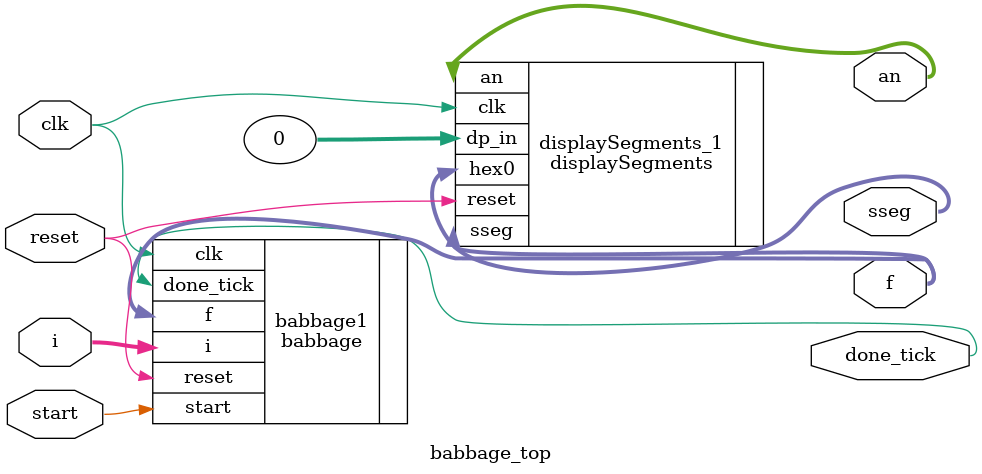
<source format=v>
`timescale 1ns / 1ps
module babbage_top(
	input wire clk, reset,
	input wire start,
	input wire [3:0] i,
	output wire done_tick,
	output wire [3:0] an,
	output wire [3:0] f,
	output wire [7:0] sseg
    );
	
	babbage babbage1(
		.clk(clk),
		.reset(reset),
		.start(start),
		.i(i),
		.done_tick(done_tick),
		.f(f)
	);
	
	displaySegments displaySegments_1 (
	    .clk(clk), 
		.reset(reset), 
		.hex0(f), 
		.dp_in(0), 
		.an(an), 
		.sseg(sseg)
	);

endmodule

</source>
